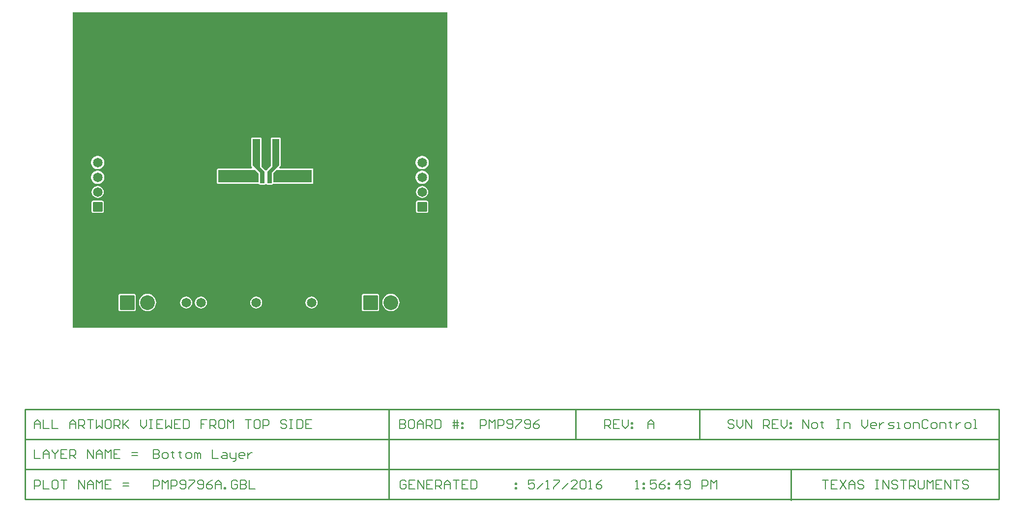
<source format=gbl>
G04 Layer_Physical_Order=2*
G04 Layer_Color=16711680*
%FSAX25Y25*%
%MOIN*%
G70*
G01*
G75*
%ADD22C,0.01000*%
%ADD26C,0.00800*%
%ADD27C,0.06496*%
G04:AMPARAMS|DCode=28|XSize=64.96mil|YSize=64.96mil|CornerRadius=1.95mil|HoleSize=0mil|Usage=FLASHONLY|Rotation=90.000|XOffset=0mil|YOffset=0mil|HoleType=Round|Shape=RoundedRectangle|*
%AMROUNDEDRECTD28*
21,1,0.06496,0.06106,0,0,90.0*
21,1,0.06106,0.06496,0,0,90.0*
1,1,0.00390,0.03053,0.03053*
1,1,0.00390,0.03053,-0.03053*
1,1,0.00390,-0.03053,-0.03053*
1,1,0.00390,-0.03053,0.03053*
%
%ADD28ROUNDEDRECTD28*%
%ADD29R,0.06496X0.06496*%
G04:AMPARAMS|DCode=30|XSize=64.96mil|YSize=64.96mil|CornerRadius=1.95mil|HoleSize=0mil|Usage=FLASHONLY|Rotation=180.000|XOffset=0mil|YOffset=0mil|HoleType=Round|Shape=RoundedRectangle|*
%AMROUNDEDRECTD30*
21,1,0.06496,0.06106,0,0,180.0*
21,1,0.06106,0.06496,0,0,180.0*
1,1,0.00390,-0.03053,0.03053*
1,1,0.00390,0.03053,0.03053*
1,1,0.00390,0.03053,-0.03053*
1,1,0.00390,-0.03053,-0.03053*
%
%ADD30ROUNDEDRECTD30*%
%ADD31C,0.10000*%
G04:AMPARAMS|DCode=32|XSize=100mil|YSize=100mil|CornerRadius=2mil|HoleSize=0mil|Usage=FLASHONLY|Rotation=0.000|XOffset=0mil|YOffset=0mil|HoleType=Round|Shape=RoundedRectangle|*
%AMROUNDEDRECTD32*
21,1,0.10000,0.09600,0,0,0.0*
21,1,0.09600,0.10000,0,0,0.0*
1,1,0.00400,0.04800,-0.04800*
1,1,0.00400,-0.04800,-0.04800*
1,1,0.00400,-0.04800,0.04800*
1,1,0.00400,0.04800,0.04800*
%
%ADD32ROUNDEDRECTD32*%
%ADD33C,0.02400*%
%ADD34C,0.02000*%
%ADD35C,0.01800*%
G36*
X0326200Y0156400D02*
X0072200D01*
Y0370400D01*
X0326200D01*
Y0156400D01*
D02*
G37*
%LPC*%
G36*
X0196700Y0177483D02*
X0195643Y0177344D01*
X0194659Y0176936D01*
X0193813Y0176287D01*
X0193164Y0175442D01*
X0192756Y0174457D01*
X0192617Y0173400D01*
X0192756Y0172343D01*
X0193164Y0171359D01*
X0193813Y0170513D01*
X0194659Y0169864D01*
X0195643Y0169456D01*
X0196700Y0169317D01*
X0197757Y0169456D01*
X0198741Y0169864D01*
X0199587Y0170513D01*
X0200236Y0171359D01*
X0200644Y0172343D01*
X0200783Y0173400D01*
X0200644Y0174457D01*
X0200236Y0175442D01*
X0199587Y0176287D01*
X0198741Y0176936D01*
X0197757Y0177344D01*
X0196700Y0177483D01*
D02*
G37*
G36*
X0159200D02*
X0158143Y0177344D01*
X0157159Y0176936D01*
X0156313Y0176287D01*
X0155664Y0175442D01*
X0155256Y0174457D01*
X0155117Y0173400D01*
X0155256Y0172343D01*
X0155664Y0171359D01*
X0156313Y0170513D01*
X0157159Y0169864D01*
X0158143Y0169456D01*
X0159200Y0169317D01*
X0160257Y0169456D01*
X0161241Y0169864D01*
X0162087Y0170513D01*
X0162736Y0171359D01*
X0163144Y0172343D01*
X0163283Y0173400D01*
X0163144Y0174457D01*
X0162736Y0175442D01*
X0162087Y0176287D01*
X0161241Y0176936D01*
X0160257Y0177344D01*
X0159200Y0177483D01*
D02*
G37*
G36*
X0234200D02*
X0233143Y0177344D01*
X0232158Y0176936D01*
X0231313Y0176287D01*
X0230664Y0175442D01*
X0230256Y0174457D01*
X0230117Y0173400D01*
X0230256Y0172343D01*
X0230664Y0171359D01*
X0231313Y0170513D01*
X0232158Y0169864D01*
X0233143Y0169456D01*
X0234200Y0169317D01*
X0235257Y0169456D01*
X0236242Y0169864D01*
X0237087Y0170513D01*
X0237736Y0171359D01*
X0238144Y0172343D01*
X0238283Y0173400D01*
X0238144Y0174457D01*
X0237736Y0175442D01*
X0237087Y0176287D01*
X0236242Y0176936D01*
X0235257Y0177344D01*
X0234200Y0177483D01*
D02*
G37*
G36*
X0312253Y0242467D02*
X0306147D01*
X0305759Y0242390D01*
X0305430Y0242170D01*
X0305210Y0241841D01*
X0305133Y0241453D01*
Y0235347D01*
X0305210Y0234959D01*
X0305430Y0234630D01*
X0305759Y0234410D01*
X0306147Y0234332D01*
X0312253D01*
X0312641Y0234410D01*
X0312970Y0234630D01*
X0313190Y0234959D01*
X0313267Y0235347D01*
Y0241453D01*
X0313190Y0241841D01*
X0312970Y0242170D01*
X0312641Y0242390D01*
X0312253Y0242467D01*
D02*
G37*
G36*
X0092253D02*
X0086147D01*
X0085759Y0242390D01*
X0085430Y0242170D01*
X0085210Y0241841D01*
X0085132Y0241453D01*
Y0235347D01*
X0085210Y0234959D01*
X0085430Y0234630D01*
X0085759Y0234410D01*
X0086147Y0234332D01*
X0092253D01*
X0092641Y0234410D01*
X0092970Y0234630D01*
X0093190Y0234959D01*
X0093268Y0235347D01*
Y0241453D01*
X0093190Y0241841D01*
X0092970Y0242170D01*
X0092641Y0242390D01*
X0092253Y0242467D01*
D02*
G37*
G36*
X0288000Y0179228D02*
X0286863Y0179116D01*
X0285770Y0178784D01*
X0284762Y0178246D01*
X0283879Y0177521D01*
X0283154Y0176638D01*
X0282616Y0175630D01*
X0282284Y0174537D01*
X0282172Y0173400D01*
X0282284Y0172263D01*
X0282616Y0171170D01*
X0283154Y0170162D01*
X0283879Y0169279D01*
X0284762Y0168554D01*
X0285770Y0168016D01*
X0286863Y0167684D01*
X0288000Y0167572D01*
X0289137Y0167684D01*
X0290230Y0168016D01*
X0291238Y0168554D01*
X0292121Y0169279D01*
X0292846Y0170162D01*
X0293384Y0171170D01*
X0293716Y0172263D01*
X0293828Y0173400D01*
X0293716Y0174537D01*
X0293384Y0175630D01*
X0292846Y0176638D01*
X0292121Y0177521D01*
X0291238Y0178246D01*
X0290230Y0178784D01*
X0289137Y0179116D01*
X0288000Y0179228D01*
D02*
G37*
G36*
X0123000D02*
X0121863Y0179116D01*
X0120770Y0178784D01*
X0119762Y0178246D01*
X0118879Y0177521D01*
X0118154Y0176638D01*
X0117616Y0175630D01*
X0117284Y0174537D01*
X0117172Y0173400D01*
X0117284Y0172263D01*
X0117616Y0171170D01*
X0118154Y0170162D01*
X0118879Y0169279D01*
X0119762Y0168554D01*
X0120770Y0168016D01*
X0121863Y0167684D01*
X0123000Y0167572D01*
X0124137Y0167684D01*
X0125230Y0168016D01*
X0126238Y0168554D01*
X0127121Y0169279D01*
X0127846Y0170162D01*
X0128384Y0171170D01*
X0128716Y0172263D01*
X0128828Y0173400D01*
X0128716Y0174537D01*
X0128384Y0175630D01*
X0127846Y0176638D01*
X0127121Y0177521D01*
X0126238Y0178246D01*
X0125230Y0178784D01*
X0124137Y0179116D01*
X0123000Y0179228D01*
D02*
G37*
G36*
X0114000Y0179220D02*
X0104400D01*
X0104010Y0179142D01*
X0103679Y0178921D01*
X0103458Y0178590D01*
X0103380Y0178200D01*
Y0168600D01*
X0103458Y0168210D01*
X0103679Y0167879D01*
X0104010Y0167658D01*
X0104400Y0167580D01*
X0114000D01*
X0114390Y0167658D01*
X0114721Y0167879D01*
X0114942Y0168210D01*
X0115020Y0168600D01*
Y0178200D01*
X0114942Y0178590D01*
X0114721Y0178921D01*
X0114390Y0179142D01*
X0114000Y0179220D01*
D02*
G37*
G36*
X0149200Y0177483D02*
X0148143Y0177344D01*
X0147159Y0176936D01*
X0146313Y0176287D01*
X0145664Y0175442D01*
X0145256Y0174457D01*
X0145117Y0173400D01*
X0145256Y0172343D01*
X0145664Y0171359D01*
X0146313Y0170513D01*
X0147159Y0169864D01*
X0148143Y0169456D01*
X0149200Y0169317D01*
X0150257Y0169456D01*
X0151242Y0169864D01*
X0152087Y0170513D01*
X0152736Y0171359D01*
X0153144Y0172343D01*
X0153283Y0173400D01*
X0153144Y0174457D01*
X0152736Y0175442D01*
X0152087Y0176287D01*
X0151242Y0176936D01*
X0150257Y0177344D01*
X0149200Y0177483D01*
D02*
G37*
G36*
X0279000Y0179220D02*
X0269400D01*
X0269010Y0179142D01*
X0268679Y0178921D01*
X0268458Y0178590D01*
X0268380Y0178200D01*
Y0168600D01*
X0268458Y0168210D01*
X0268679Y0167879D01*
X0269010Y0167658D01*
X0269400Y0167580D01*
X0279000D01*
X0279390Y0167658D01*
X0279721Y0167879D01*
X0279942Y0168210D01*
X0280020Y0168600D01*
Y0178200D01*
X0279942Y0178590D01*
X0279721Y0178921D01*
X0279390Y0179142D01*
X0279000Y0179220D01*
D02*
G37*
G36*
X0309640Y0272867D02*
X0308760D01*
X0307897Y0272696D01*
X0307084Y0272359D01*
X0306352Y0271870D01*
X0305730Y0271248D01*
X0305241Y0270516D01*
X0304904Y0269703D01*
X0304733Y0268840D01*
Y0267960D01*
X0304904Y0267097D01*
X0305241Y0266284D01*
X0305730Y0265552D01*
X0306352Y0264930D01*
X0307084Y0264441D01*
X0307897Y0264104D01*
X0308760Y0263933D01*
X0309640D01*
X0310503Y0264104D01*
X0311316Y0264441D01*
X0312048Y0264930D01*
X0312670Y0265552D01*
X0313159Y0266284D01*
X0313496Y0267097D01*
X0313667Y0267960D01*
Y0268840D01*
X0313496Y0269703D01*
X0313159Y0270516D01*
X0312670Y0271248D01*
X0312048Y0271870D01*
X0311316Y0272359D01*
X0310503Y0272696D01*
X0309640Y0272867D01*
D02*
G37*
G36*
X0089640D02*
X0088760D01*
X0087897Y0272696D01*
X0087084Y0272359D01*
X0086352Y0271870D01*
X0085730Y0271248D01*
X0085241Y0270516D01*
X0084904Y0269703D01*
X0084733Y0268840D01*
Y0267960D01*
X0084904Y0267097D01*
X0085241Y0266284D01*
X0085730Y0265552D01*
X0086352Y0264930D01*
X0087084Y0264441D01*
X0087897Y0264104D01*
X0088760Y0263933D01*
X0089640D01*
X0090503Y0264104D01*
X0091316Y0264441D01*
X0092048Y0264930D01*
X0092670Y0265552D01*
X0093159Y0266284D01*
X0093496Y0267097D01*
X0093667Y0267960D01*
Y0268840D01*
X0093496Y0269703D01*
X0093159Y0270516D01*
X0092670Y0271248D01*
X0092048Y0271870D01*
X0091316Y0272359D01*
X0090503Y0272696D01*
X0089640Y0272867D01*
D02*
G37*
G36*
X0212200Y0285420D02*
X0207700D01*
X0207310Y0285342D01*
X0206979Y0285121D01*
X0206758Y0284790D01*
X0206680Y0284400D01*
X0206680Y0266139D01*
X0203850Y0263309D01*
X0203225Y0263034D01*
X0202519Y0263301D01*
X0200220Y0265601D01*
X0200220Y0284400D01*
X0200142Y0284790D01*
X0199921Y0285121D01*
X0199590Y0285342D01*
X0199200Y0285420D01*
X0194200D01*
X0193810Y0285342D01*
X0193479Y0285121D01*
X0193258Y0284790D01*
X0193180Y0284400D01*
Y0266450D01*
X0193258Y0266060D01*
X0193479Y0265729D01*
X0193911Y0265298D01*
X0193528Y0264374D01*
X0170866Y0264374D01*
X0170476Y0264296D01*
X0170145Y0264075D01*
X0169924Y0263745D01*
X0169846Y0263354D01*
X0169846Y0254848D01*
X0169924Y0254457D01*
X0170145Y0254127D01*
X0170476Y0253906D01*
X0170866Y0253828D01*
X0198180Y0253828D01*
X0198377Y0253867D01*
X0198479Y0253714D01*
X0198810Y0253493D01*
X0199200Y0253416D01*
X0201380D01*
X0201400Y0253420D01*
X0201420Y0253416D01*
X0202200D01*
X0202590Y0253493D01*
X0202921Y0253714D01*
X0203479Y0253715D01*
X0203810Y0253494D01*
X0204200Y0253416D01*
X0204984D01*
X0205000Y0253420D01*
X0205016Y0253416D01*
X0207200D01*
X0207590Y0253494D01*
X0207921Y0253715D01*
X0208063Y0253927D01*
X0208273Y0253885D01*
X0234446Y0253885D01*
X0234836Y0253963D01*
X0235167Y0254184D01*
X0235388Y0254514D01*
X0235465Y0254905D01*
X0235465Y0263392D01*
X0235388Y0263782D01*
X0235167Y0264113D01*
X0234836Y0264334D01*
X0234446Y0264411D01*
X0212727Y0264411D01*
X0212344Y0265335D01*
X0212921Y0265912D01*
X0213142Y0266243D01*
X0213220Y0266633D01*
X0213220Y0267900D01*
Y0284400D01*
X0213142Y0284790D01*
X0212921Y0285121D01*
X0212590Y0285342D01*
X0212200Y0285420D01*
D02*
G37*
G36*
X0309640Y0262867D02*
X0308760D01*
X0307897Y0262696D01*
X0307084Y0262359D01*
X0306352Y0261870D01*
X0305730Y0261248D01*
X0305241Y0260516D01*
X0304904Y0259703D01*
X0304733Y0258840D01*
Y0257960D01*
X0304904Y0257097D01*
X0305241Y0256284D01*
X0305730Y0255552D01*
X0306352Y0254930D01*
X0307084Y0254441D01*
X0307897Y0254104D01*
X0308760Y0253933D01*
X0309640D01*
X0310503Y0254104D01*
X0311316Y0254441D01*
X0312048Y0254930D01*
X0312670Y0255552D01*
X0313159Y0256284D01*
X0313496Y0257097D01*
X0313667Y0257960D01*
Y0258840D01*
X0313496Y0259703D01*
X0313159Y0260516D01*
X0312670Y0261248D01*
X0312048Y0261870D01*
X0311316Y0262359D01*
X0310503Y0262696D01*
X0309640Y0262867D01*
D02*
G37*
G36*
X0089200Y0252483D02*
X0088143Y0252344D01*
X0087159Y0251936D01*
X0086313Y0251287D01*
X0085664Y0250442D01*
X0085256Y0249457D01*
X0085117Y0248400D01*
X0085256Y0247343D01*
X0085664Y0246358D01*
X0086313Y0245513D01*
X0087159Y0244864D01*
X0088143Y0244456D01*
X0089200Y0244317D01*
X0090257Y0244456D01*
X0091242Y0244864D01*
X0092087Y0245513D01*
X0092736Y0246358D01*
X0093144Y0247343D01*
X0093283Y0248400D01*
X0093144Y0249457D01*
X0092736Y0250442D01*
X0092087Y0251287D01*
X0091242Y0251936D01*
X0090257Y0252344D01*
X0089200Y0252483D01*
D02*
G37*
G36*
X0309200D02*
X0308143Y0252344D01*
X0307158Y0251936D01*
X0306313Y0251287D01*
X0305664Y0250442D01*
X0305256Y0249457D01*
X0305117Y0248400D01*
X0305256Y0247343D01*
X0305664Y0246358D01*
X0306313Y0245513D01*
X0307158Y0244864D01*
X0308143Y0244456D01*
X0309200Y0244317D01*
X0310257Y0244456D01*
X0311242Y0244864D01*
X0312087Y0245513D01*
X0312736Y0246358D01*
X0313144Y0247343D01*
X0313283Y0248400D01*
X0313144Y0249457D01*
X0312736Y0250442D01*
X0312087Y0251287D01*
X0311242Y0251936D01*
X0310257Y0252344D01*
X0309200Y0252483D01*
D02*
G37*
G36*
X0089640Y0262867D02*
X0088760D01*
X0087897Y0262696D01*
X0087084Y0262359D01*
X0086352Y0261870D01*
X0085730Y0261248D01*
X0085241Y0260516D01*
X0084904Y0259703D01*
X0084733Y0258840D01*
Y0257960D01*
X0084904Y0257097D01*
X0085241Y0256284D01*
X0085730Y0255552D01*
X0086352Y0254930D01*
X0087084Y0254441D01*
X0087897Y0254104D01*
X0088760Y0253933D01*
X0089640D01*
X0090503Y0254104D01*
X0091316Y0254441D01*
X0092048Y0254930D01*
X0092670Y0255552D01*
X0093159Y0256284D01*
X0093496Y0257097D01*
X0093667Y0257960D01*
Y0258840D01*
X0093496Y0259703D01*
X0093159Y0260516D01*
X0092670Y0261248D01*
X0092048Y0261870D01*
X0091316Y0262359D01*
X0090503Y0262696D01*
X0089640Y0262867D01*
D02*
G37*
%LPD*%
G36*
X0234446Y0254905D02*
X0208273Y0254905D01*
X0208273Y0261264D01*
X0210401Y0263392D01*
X0234446Y0263392D01*
X0234446Y0254905D01*
D02*
G37*
G36*
X0199200Y0265179D02*
X0202200Y0262179D01*
Y0254435D01*
X0201420D01*
X0201400Y0254439D01*
X0201380Y0254435D01*
X0199200D01*
Y0261450D01*
X0194200Y0266450D01*
Y0284400D01*
X0199200D01*
X0199200Y0265179D01*
D02*
G37*
G36*
X0212200Y0267900D02*
X0212200Y0266633D01*
X0207200Y0261633D01*
Y0254436D01*
X0205016D01*
X0205000Y0254439D01*
X0204984Y0254436D01*
X0204200D01*
Y0262216D01*
X0207700Y0265716D01*
X0207700Y0284400D01*
X0212200D01*
Y0267900D01*
D02*
G37*
G36*
X0198180Y0261028D02*
Y0254848D01*
X0170866Y0254848D01*
X0170866Y0263354D01*
X0195854Y0263354D01*
X0198180Y0261028D01*
D02*
G37*
G54D22*
X0559400Y0039400D02*
Y0059683D01*
X0440500Y0040050D02*
X0700200D01*
Y0101050D01*
X0286500Y0040050D02*
Y0101050D01*
X0040000Y0040050D02*
Y0101050D01*
X0040050Y0040050D02*
X0197600D01*
X0040050D02*
Y0101050D01*
Y0101050D02*
X0700200D01*
X0040000Y0040050D02*
X0440500D01*
X0040000Y0060383D02*
X0700000D01*
X0040000Y0080717D02*
X0700200D01*
X0413200D02*
Y0101050D01*
X0497200Y0080717D02*
Y0101050D01*
G54D26*
X0126900Y0073549D02*
Y0067551D01*
X0129899D01*
X0130899Y0068550D01*
Y0069550D01*
X0129899Y0070550D01*
X0126900D01*
X0129899D01*
X0130899Y0071549D01*
Y0072549D01*
X0129899Y0073549D01*
X0126900D01*
X0133898Y0067551D02*
X0135897D01*
X0136897Y0068550D01*
Y0070550D01*
X0135897Y0071549D01*
X0133898D01*
X0132898Y0070550D01*
Y0068550D01*
X0133898Y0067551D01*
X0139896Y0072549D02*
Y0071549D01*
X0138896D01*
X0140895D01*
X0139896D01*
Y0068550D01*
X0140895Y0067551D01*
X0144894Y0072549D02*
Y0071549D01*
X0143895D01*
X0145894D01*
X0144894D01*
Y0068550D01*
X0145894Y0067551D01*
X0149893D02*
X0151892D01*
X0152892Y0068550D01*
Y0070550D01*
X0151892Y0071549D01*
X0149893D01*
X0148893Y0070550D01*
Y0068550D01*
X0149893Y0067551D01*
X0154891D02*
Y0071549D01*
X0155891D01*
X0156890Y0070550D01*
Y0067551D01*
Y0070550D01*
X0157890Y0071549D01*
X0158890Y0070550D01*
Y0067551D01*
X0166887Y0073549D02*
Y0067551D01*
X0170886D01*
X0173885Y0071549D02*
X0175884D01*
X0176884Y0070550D01*
Y0067551D01*
X0173885D01*
X0172885Y0068550D01*
X0173885Y0069550D01*
X0176884D01*
X0178883Y0071549D02*
Y0068550D01*
X0179883Y0067551D01*
X0182882D01*
Y0066551D01*
X0181882Y0065551D01*
X0180883D01*
X0182882Y0067551D02*
Y0071549D01*
X0187880Y0067551D02*
X0185881D01*
X0184881Y0068550D01*
Y0070550D01*
X0185881Y0071549D01*
X0187880D01*
X0188880Y0070550D01*
Y0069550D01*
X0184881D01*
X0190879Y0071549D02*
Y0067551D01*
Y0069550D01*
X0191879Y0070550D01*
X0192879Y0071549D01*
X0193878D01*
X0580500Y0052965D02*
X0584499D01*
X0582499D01*
Y0046966D01*
X0590497Y0052965D02*
X0586498D01*
Y0046966D01*
X0590497D01*
X0586498Y0049966D02*
X0588497D01*
X0592496Y0052965D02*
X0596495Y0046966D01*
Y0052965D02*
X0592496Y0046966D01*
X0598494D02*
Y0050965D01*
X0600493Y0052965D01*
X0602493Y0050965D01*
Y0046966D01*
Y0049966D01*
X0598494D01*
X0608491Y0051965D02*
X0607491Y0052965D01*
X0605492D01*
X0604492Y0051965D01*
Y0050965D01*
X0605492Y0049966D01*
X0607491D01*
X0608491Y0048966D01*
Y0047966D01*
X0607491Y0046966D01*
X0605492D01*
X0604492Y0047966D01*
X0616488Y0052965D02*
X0618488D01*
X0617488D01*
Y0046966D01*
X0616488D01*
X0618488D01*
X0621487D02*
Y0052965D01*
X0625486Y0046966D01*
Y0052965D01*
X0631484Y0051965D02*
X0630484Y0052965D01*
X0628484D01*
X0627485Y0051965D01*
Y0050965D01*
X0628484Y0049966D01*
X0630484D01*
X0631484Y0048966D01*
Y0047966D01*
X0630484Y0046966D01*
X0628484D01*
X0627485Y0047966D01*
X0633483Y0052965D02*
X0637482D01*
X0635482D01*
Y0046966D01*
X0639481D02*
Y0052965D01*
X0642480D01*
X0643480Y0051965D01*
Y0049966D01*
X0642480Y0048966D01*
X0639481D01*
X0641480D02*
X0643480Y0046966D01*
X0645479Y0052965D02*
Y0047966D01*
X0646479Y0046966D01*
X0648478D01*
X0649478Y0047966D01*
Y0052965D01*
X0651477Y0046966D02*
Y0052965D01*
X0653476Y0050965D01*
X0655476Y0052965D01*
Y0046966D01*
X0661474Y0052965D02*
X0657475D01*
Y0046966D01*
X0661474D01*
X0657475Y0049966D02*
X0659474D01*
X0663473Y0046966D02*
Y0052965D01*
X0667472Y0046966D01*
Y0052965D01*
X0669471D02*
X0673470D01*
X0671471D01*
Y0046966D01*
X0679468Y0051965D02*
X0678468Y0052965D01*
X0676469D01*
X0675469Y0051965D01*
Y0050965D01*
X0676469Y0049966D01*
X0678468D01*
X0679468Y0048966D01*
Y0047966D01*
X0678468Y0046966D01*
X0676469D01*
X0675469Y0047966D01*
X0454050Y0046966D02*
X0456049D01*
X0455050D01*
Y0052965D01*
X0454050Y0051965D01*
X0459048Y0050965D02*
X0460048D01*
Y0049966D01*
X0459048D01*
Y0050965D01*
Y0047966D02*
X0460048D01*
Y0046966D01*
X0459048D01*
Y0047966D01*
X0468046Y0052965D02*
X0464047D01*
Y0049966D01*
X0466046Y0050965D01*
X0467046D01*
X0468046Y0049966D01*
Y0047966D01*
X0467046Y0046966D01*
X0465046D01*
X0464047Y0047966D01*
X0474044Y0052965D02*
X0472044Y0051965D01*
X0470045Y0049966D01*
Y0047966D01*
X0471044Y0046966D01*
X0473044D01*
X0474044Y0047966D01*
Y0048966D01*
X0473044Y0049966D01*
X0470045D01*
X0476043Y0050965D02*
X0477043D01*
Y0049966D01*
X0476043D01*
Y0050965D01*
Y0047966D02*
X0477043D01*
Y0046966D01*
X0476043D01*
Y0047966D01*
X0484040Y0046966D02*
Y0052965D01*
X0481041Y0049966D01*
X0485040D01*
X0487039Y0047966D02*
X0488039Y0046966D01*
X0490038D01*
X0491038Y0047966D01*
Y0051965D01*
X0490038Y0052965D01*
X0488039D01*
X0487039Y0051965D01*
Y0050965D01*
X0488039Y0049966D01*
X0491038D01*
X0499035Y0046966D02*
Y0052965D01*
X0502035D01*
X0503034Y0051965D01*
Y0049966D01*
X0502035Y0048966D01*
X0499035D01*
X0505033Y0046966D02*
Y0052965D01*
X0507033Y0050965D01*
X0509032Y0052965D01*
Y0046966D01*
X0046350D02*
Y0052965D01*
X0049349D01*
X0050349Y0051965D01*
Y0049966D01*
X0049349Y0048966D01*
X0046350D01*
X0052348Y0052965D02*
Y0046966D01*
X0056347D01*
X0061345Y0052965D02*
X0059346D01*
X0058346Y0051965D01*
Y0047966D01*
X0059346Y0046966D01*
X0061345D01*
X0062345Y0047966D01*
Y0051965D01*
X0061345Y0052965D01*
X0064344D02*
X0068343D01*
X0066343D01*
Y0046966D01*
X0076340D02*
Y0052965D01*
X0080339Y0046966D01*
Y0052965D01*
X0082338Y0046966D02*
Y0050965D01*
X0084338Y0052965D01*
X0086337Y0050965D01*
Y0046966D01*
Y0049966D01*
X0082338D01*
X0088336Y0046966D02*
Y0052965D01*
X0090336Y0050965D01*
X0092335Y0052965D01*
Y0046966D01*
X0098333Y0052965D02*
X0094335D01*
Y0046966D01*
X0098333D01*
X0094335Y0049966D02*
X0096334D01*
X0106331Y0048966D02*
X0110329D01*
X0106331Y0050965D02*
X0110329D01*
X0046350Y0073549D02*
Y0067551D01*
X0050349D01*
X0052348D02*
Y0071549D01*
X0054347Y0073549D01*
X0056347Y0071549D01*
Y0067551D01*
Y0070550D01*
X0052348D01*
X0058346Y0073549D02*
Y0072549D01*
X0060346Y0070550D01*
X0062345Y0072549D01*
Y0073549D01*
X0060346Y0070550D02*
Y0067551D01*
X0068343Y0073549D02*
X0064344D01*
Y0067551D01*
X0068343D01*
X0064344Y0070550D02*
X0066343D01*
X0070342Y0067551D02*
Y0073549D01*
X0073341D01*
X0074341Y0072549D01*
Y0070550D01*
X0073341Y0069550D01*
X0070342D01*
X0072342D02*
X0074341Y0067551D01*
X0082338D02*
Y0073549D01*
X0086337Y0067551D01*
Y0073549D01*
X0088336Y0067551D02*
Y0071549D01*
X0090336Y0073549D01*
X0092335Y0071549D01*
Y0067551D01*
Y0070550D01*
X0088336D01*
X0094335Y0067551D02*
Y0073549D01*
X0096334Y0071549D01*
X0098333Y0073549D01*
Y0067551D01*
X0104331Y0073549D02*
X0100332D01*
Y0067551D01*
X0104331D01*
X0100332Y0070550D02*
X0102332D01*
X0112329Y0069550D02*
X0116327D01*
X0112329Y0071549D02*
X0116327D01*
X0294000Y0093831D02*
Y0087833D01*
X0296999D01*
X0297999Y0088833D01*
Y0089833D01*
X0296999Y0090832D01*
X0294000D01*
X0296999D01*
X0297999Y0091832D01*
Y0092832D01*
X0296999Y0093831D01*
X0294000D01*
X0302997D02*
X0300998D01*
X0299998Y0092832D01*
Y0088833D01*
X0300998Y0087833D01*
X0302997D01*
X0303997Y0088833D01*
Y0092832D01*
X0302997Y0093831D01*
X0305996Y0087833D02*
Y0091832D01*
X0307996Y0093831D01*
X0309995Y0091832D01*
Y0087833D01*
Y0090832D01*
X0305996D01*
X0311994Y0087833D02*
Y0093831D01*
X0314993D01*
X0315993Y0092832D01*
Y0090832D01*
X0314993Y0089833D01*
X0311994D01*
X0313994D02*
X0315993Y0087833D01*
X0317992Y0093831D02*
Y0087833D01*
X0320991D01*
X0321991Y0088833D01*
Y0092832D01*
X0320991Y0093831D01*
X0317992D01*
X0330988Y0087833D02*
Y0093831D01*
X0332987D02*
Y0087833D01*
X0329988Y0091832D02*
X0332987D01*
X0333987D01*
X0329988Y0089833D02*
X0333987D01*
X0335986Y0091832D02*
X0336986D01*
Y0090832D01*
X0335986D01*
Y0091832D01*
Y0088833D02*
X0336986D01*
Y0087833D01*
X0335986D01*
Y0088833D01*
X0348550Y0087833D02*
Y0093831D01*
X0351549D01*
X0352549Y0092832D01*
Y0090832D01*
X0351549Y0089833D01*
X0348550D01*
X0354548Y0087833D02*
Y0093831D01*
X0356547Y0091832D01*
X0358547Y0093831D01*
Y0087833D01*
X0360546D02*
Y0093831D01*
X0363545D01*
X0364545Y0092832D01*
Y0090832D01*
X0363545Y0089833D01*
X0360546D01*
X0366544Y0088833D02*
X0367544Y0087833D01*
X0369543D01*
X0370543Y0088833D01*
Y0092832D01*
X0369543Y0093831D01*
X0367544D01*
X0366544Y0092832D01*
Y0091832D01*
X0367544Y0090832D01*
X0370543D01*
X0372542Y0093831D02*
X0376541D01*
Y0092832D01*
X0372542Y0088833D01*
Y0087833D01*
X0378540Y0088833D02*
X0379540Y0087833D01*
X0381539D01*
X0382539Y0088833D01*
Y0092832D01*
X0381539Y0093831D01*
X0379540D01*
X0378540Y0092832D01*
Y0091832D01*
X0379540Y0090832D01*
X0382539D01*
X0388537Y0093831D02*
X0386538Y0092832D01*
X0384538Y0090832D01*
Y0088833D01*
X0385538Y0087833D01*
X0387537D01*
X0388537Y0088833D01*
Y0089833D01*
X0387537Y0090832D01*
X0384538D01*
X0462150Y0087833D02*
Y0091832D01*
X0464149Y0093831D01*
X0466149Y0091832D01*
Y0087833D01*
Y0090832D01*
X0462150D01*
X0046350Y0087833D02*
Y0091832D01*
X0048349Y0093831D01*
X0050349Y0091832D01*
Y0087833D01*
Y0090832D01*
X0046350D01*
X0052348Y0093831D02*
Y0087833D01*
X0056347D01*
X0058346Y0093831D02*
Y0087833D01*
X0062345D01*
X0070342D02*
Y0091832D01*
X0072342Y0093831D01*
X0074341Y0091832D01*
Y0087833D01*
Y0090832D01*
X0070342D01*
X0076340Y0087833D02*
Y0093831D01*
X0079339D01*
X0080339Y0092832D01*
Y0090832D01*
X0079339Y0089833D01*
X0076340D01*
X0078340D02*
X0080339Y0087833D01*
X0082338Y0093831D02*
X0086337D01*
X0084338D01*
Y0087833D01*
X0088336Y0093831D02*
Y0087833D01*
X0090336Y0089833D01*
X0092335Y0087833D01*
Y0093831D01*
X0097334D02*
X0095334D01*
X0094335Y0092832D01*
Y0088833D01*
X0095334Y0087833D01*
X0097334D01*
X0098333Y0088833D01*
Y0092832D01*
X0097334Y0093831D01*
X0100332Y0087833D02*
Y0093831D01*
X0103332D01*
X0104331Y0092832D01*
Y0090832D01*
X0103332Y0089833D01*
X0100332D01*
X0102332D02*
X0104331Y0087833D01*
X0106331Y0093831D02*
Y0087833D01*
Y0089833D01*
X0110329Y0093831D01*
X0107330Y0090832D01*
X0110329Y0087833D01*
X0118327Y0093831D02*
Y0089833D01*
X0120326Y0087833D01*
X0122325Y0089833D01*
Y0093831D01*
X0124325D02*
X0126324D01*
X0125324D01*
Y0087833D01*
X0124325D01*
X0126324D01*
X0133322Y0093831D02*
X0129323D01*
Y0087833D01*
X0133322D01*
X0129323Y0090832D02*
X0131323D01*
X0135321Y0093831D02*
Y0087833D01*
X0137321Y0089833D01*
X0139320Y0087833D01*
Y0093831D01*
X0145318D02*
X0141319D01*
Y0087833D01*
X0145318D01*
X0141319Y0090832D02*
X0143319D01*
X0147317Y0093831D02*
Y0087833D01*
X0150316D01*
X0151316Y0088833D01*
Y0092832D01*
X0150316Y0093831D01*
X0147317D01*
X0163312D02*
X0159313D01*
Y0090832D01*
X0161313D01*
X0159313D01*
Y0087833D01*
X0165312D02*
Y0093831D01*
X0168310D01*
X0169310Y0092832D01*
Y0090832D01*
X0168310Y0089833D01*
X0165312D01*
X0167311D02*
X0169310Y0087833D01*
X0174309Y0093831D02*
X0172309D01*
X0171310Y0092832D01*
Y0088833D01*
X0172309Y0087833D01*
X0174309D01*
X0175308Y0088833D01*
Y0092832D01*
X0174309Y0093831D01*
X0177308Y0087833D02*
Y0093831D01*
X0179307Y0091832D01*
X0181306Y0093831D01*
Y0087833D01*
X0189304Y0093831D02*
X0193303D01*
X0191303D01*
Y0087833D01*
X0198301Y0093831D02*
X0196301D01*
X0195302Y0092832D01*
Y0088833D01*
X0196301Y0087833D01*
X0198301D01*
X0199301Y0088833D01*
Y0092832D01*
X0198301Y0093831D01*
X0201300Y0087833D02*
Y0093831D01*
X0204299D01*
X0205299Y0092832D01*
Y0090832D01*
X0204299Y0089833D01*
X0201300D01*
X0217295Y0092832D02*
X0216295Y0093831D01*
X0214296D01*
X0213296Y0092832D01*
Y0091832D01*
X0214296Y0090832D01*
X0216295D01*
X0217295Y0089833D01*
Y0088833D01*
X0216295Y0087833D01*
X0214296D01*
X0213296Y0088833D01*
X0219294Y0093831D02*
X0221293D01*
X0220294D01*
Y0087833D01*
X0219294D01*
X0221293D01*
X0224292Y0093831D02*
Y0087833D01*
X0227291D01*
X0228291Y0088833D01*
Y0092832D01*
X0227291Y0093831D01*
X0224292D01*
X0234289D02*
X0230291D01*
Y0087833D01*
X0234289D01*
X0230291Y0090832D02*
X0232290D01*
X0298199Y0051965D02*
X0297199Y0052965D01*
X0295200D01*
X0294200Y0051965D01*
Y0047966D01*
X0295200Y0046966D01*
X0297199D01*
X0298199Y0047966D01*
Y0049966D01*
X0296199D01*
X0304197Y0052965D02*
X0300198D01*
Y0046966D01*
X0304197D01*
X0300198Y0049966D02*
X0302197D01*
X0306196Y0046966D02*
Y0052965D01*
X0310195Y0046966D01*
Y0052965D01*
X0316193D02*
X0312194D01*
Y0046966D01*
X0316193D01*
X0312194Y0049966D02*
X0314194D01*
X0318192Y0046966D02*
Y0052965D01*
X0321191D01*
X0322191Y0051965D01*
Y0049966D01*
X0321191Y0048966D01*
X0318192D01*
X0320192D02*
X0322191Y0046966D01*
X0324190D02*
Y0050965D01*
X0326190Y0052965D01*
X0328189Y0050965D01*
Y0046966D01*
Y0049966D01*
X0324190D01*
X0330188Y0052965D02*
X0334187D01*
X0332188D01*
Y0046966D01*
X0340185Y0052965D02*
X0336186D01*
Y0046966D01*
X0340185D01*
X0336186Y0049966D02*
X0338186D01*
X0342184Y0052965D02*
Y0046966D01*
X0345183D01*
X0346183Y0047966D01*
Y0051965D01*
X0345183Y0052965D01*
X0342184D01*
X0372175Y0050965D02*
X0373175D01*
Y0049966D01*
X0372175D01*
Y0050965D01*
Y0047966D02*
X0373175D01*
Y0046966D01*
X0372175D01*
Y0047966D01*
X0385149Y0052965D02*
X0381150D01*
Y0049966D01*
X0383149Y0050965D01*
X0384149D01*
X0385149Y0049966D01*
Y0047966D01*
X0384149Y0046966D01*
X0382150D01*
X0381150Y0047966D01*
X0387148Y0046966D02*
X0391147Y0050965D01*
X0393146Y0046966D02*
X0395146D01*
X0394146D01*
Y0052965D01*
X0393146Y0051965D01*
X0398145Y0052965D02*
X0402143D01*
Y0051965D01*
X0398145Y0047966D01*
Y0046966D01*
X0404143D02*
X0408141Y0050965D01*
X0414139Y0046966D02*
X0410141D01*
X0414139Y0050965D01*
Y0051965D01*
X0413140Y0052965D01*
X0411140D01*
X0410141Y0051965D01*
X0416139D02*
X0417138Y0052965D01*
X0419138D01*
X0420137Y0051965D01*
Y0047966D01*
X0419138Y0046966D01*
X0417138D01*
X0416139Y0047966D01*
Y0051965D01*
X0422137Y0046966D02*
X0424136D01*
X0423136D01*
Y0052965D01*
X0422137Y0051965D01*
X0431134Y0052965D02*
X0429135Y0051965D01*
X0427135Y0049966D01*
Y0047966D01*
X0428135Y0046966D01*
X0430134D01*
X0431134Y0047966D01*
Y0048966D01*
X0430134Y0049966D01*
X0427135D01*
X0126900Y0046966D02*
Y0052965D01*
X0129899D01*
X0130899Y0051965D01*
Y0049966D01*
X0129899Y0048966D01*
X0126900D01*
X0132898Y0046966D02*
Y0052965D01*
X0134897Y0050965D01*
X0136897Y0052965D01*
Y0046966D01*
X0138896D02*
Y0052965D01*
X0141895D01*
X0142895Y0051965D01*
Y0049966D01*
X0141895Y0048966D01*
X0138896D01*
X0144894Y0047966D02*
X0145894Y0046966D01*
X0147893D01*
X0148893Y0047966D01*
Y0051965D01*
X0147893Y0052965D01*
X0145894D01*
X0144894Y0051965D01*
Y0050965D01*
X0145894Y0049966D01*
X0148893D01*
X0150892Y0052965D02*
X0154891D01*
Y0051965D01*
X0150892Y0047966D01*
Y0046966D01*
X0156890Y0047966D02*
X0157890Y0046966D01*
X0159889D01*
X0160889Y0047966D01*
Y0051965D01*
X0159889Y0052965D01*
X0157890D01*
X0156890Y0051965D01*
Y0050965D01*
X0157890Y0049966D01*
X0160889D01*
X0166887Y0052965D02*
X0164888Y0051965D01*
X0162888Y0049966D01*
Y0047966D01*
X0163888Y0046966D01*
X0165887D01*
X0166887Y0047966D01*
Y0048966D01*
X0165887Y0049966D01*
X0162888D01*
X0168886Y0046966D02*
Y0050965D01*
X0170886Y0052965D01*
X0172885Y0050965D01*
Y0046966D01*
Y0049966D01*
X0168886D01*
X0174884Y0046966D02*
Y0047966D01*
X0175884D01*
Y0046966D01*
X0174884D01*
X0183882Y0051965D02*
X0182882Y0052965D01*
X0180883D01*
X0179883Y0051965D01*
Y0047966D01*
X0180883Y0046966D01*
X0182882D01*
X0183882Y0047966D01*
Y0049966D01*
X0181882D01*
X0185881Y0052965D02*
Y0046966D01*
X0188880D01*
X0189880Y0047966D01*
Y0048966D01*
X0188880Y0049966D01*
X0185881D01*
X0188880D01*
X0189880Y0050965D01*
Y0051965D01*
X0188880Y0052965D01*
X0185881D01*
X0191879D02*
Y0046966D01*
X0195878D01*
X0433000Y0087833D02*
Y0093831D01*
X0435999D01*
X0436999Y0092832D01*
Y0090832D01*
X0435999Y0089833D01*
X0433000D01*
X0434999D02*
X0436999Y0087833D01*
X0442997Y0093831D02*
X0438998D01*
Y0087833D01*
X0442997D01*
X0438998Y0090832D02*
X0440997D01*
X0444996Y0093831D02*
Y0089833D01*
X0446995Y0087833D01*
X0448995Y0089833D01*
Y0093831D01*
X0450994Y0091832D02*
X0451994D01*
Y0090832D01*
X0450994D01*
Y0091832D01*
Y0088833D02*
X0451994D01*
Y0087833D01*
X0450994D01*
Y0088833D01*
X0520799Y0092832D02*
X0519799Y0093831D01*
X0517800D01*
X0516800Y0092832D01*
Y0091832D01*
X0517800Y0090832D01*
X0519799D01*
X0520799Y0089833D01*
Y0088833D01*
X0519799Y0087833D01*
X0517800D01*
X0516800Y0088833D01*
X0522798Y0093831D02*
Y0089833D01*
X0524797Y0087833D01*
X0526797Y0089833D01*
Y0093831D01*
X0528796Y0087833D02*
Y0093831D01*
X0532795Y0087833D01*
Y0093831D01*
X0540792Y0087833D02*
Y0093831D01*
X0543791D01*
X0544791Y0092832D01*
Y0090832D01*
X0543791Y0089833D01*
X0540792D01*
X0542792D02*
X0544791Y0087833D01*
X0550789Y0093831D02*
X0546790D01*
Y0087833D01*
X0550789D01*
X0546790Y0090832D02*
X0548790D01*
X0552788Y0093831D02*
Y0089833D01*
X0554788Y0087833D01*
X0556787Y0089833D01*
Y0093831D01*
X0558786Y0091832D02*
X0559786D01*
Y0090832D01*
X0558786D01*
Y0091832D01*
Y0088833D02*
X0559786D01*
Y0087833D01*
X0558786D01*
Y0088833D01*
X0567400Y0087833D02*
Y0093831D01*
X0571399Y0087833D01*
Y0093831D01*
X0574398Y0087833D02*
X0576397D01*
X0577397Y0088833D01*
Y0090832D01*
X0576397Y0091832D01*
X0574398D01*
X0573398Y0090832D01*
Y0088833D01*
X0574398Y0087833D01*
X0580396Y0092832D02*
Y0091832D01*
X0579396D01*
X0581395D01*
X0580396D01*
Y0088833D01*
X0581395Y0087833D01*
X0590393Y0093831D02*
X0592392D01*
X0591392D01*
Y0087833D01*
X0590393D01*
X0592392D01*
X0595391D02*
Y0091832D01*
X0598390D01*
X0599390Y0090832D01*
Y0087833D01*
X0607387Y0093831D02*
Y0089833D01*
X0609386Y0087833D01*
X0611386Y0089833D01*
Y0093831D01*
X0616384Y0087833D02*
X0614385D01*
X0613385Y0088833D01*
Y0090832D01*
X0614385Y0091832D01*
X0616384D01*
X0617384Y0090832D01*
Y0089833D01*
X0613385D01*
X0619383Y0091832D02*
Y0087833D01*
Y0089833D01*
X0620383Y0090832D01*
X0621383Y0091832D01*
X0622382D01*
X0625381Y0087833D02*
X0628380D01*
X0629380Y0088833D01*
X0628380Y0089833D01*
X0626381D01*
X0625381Y0090832D01*
X0626381Y0091832D01*
X0629380D01*
X0631379Y0087833D02*
X0633379D01*
X0632379D01*
Y0091832D01*
X0631379D01*
X0637377Y0087833D02*
X0639377D01*
X0640376Y0088833D01*
Y0090832D01*
X0639377Y0091832D01*
X0637377D01*
X0636378Y0090832D01*
Y0088833D01*
X0637377Y0087833D01*
X0642376D02*
Y0091832D01*
X0645375D01*
X0646374Y0090832D01*
Y0087833D01*
X0652373Y0092832D02*
X0651373Y0093831D01*
X0649373D01*
X0648374Y0092832D01*
Y0088833D01*
X0649373Y0087833D01*
X0651373D01*
X0652373Y0088833D01*
X0655372Y0087833D02*
X0657371D01*
X0658371Y0088833D01*
Y0090832D01*
X0657371Y0091832D01*
X0655372D01*
X0654372Y0090832D01*
Y0088833D01*
X0655372Y0087833D01*
X0660370D02*
Y0091832D01*
X0663369D01*
X0664369Y0090832D01*
Y0087833D01*
X0667368Y0092832D02*
Y0091832D01*
X0666368D01*
X0668367D01*
X0667368D01*
Y0088833D01*
X0668367Y0087833D01*
X0671366Y0091832D02*
Y0087833D01*
Y0089833D01*
X0672366Y0090832D01*
X0673366Y0091832D01*
X0674365D01*
X0678364Y0087833D02*
X0680364D01*
X0681363Y0088833D01*
Y0090832D01*
X0680364Y0091832D01*
X0678364D01*
X0677364Y0090832D01*
Y0088833D01*
X0678364Y0087833D01*
X0683362D02*
X0685362D01*
X0684362D01*
Y0093831D01*
X0683362D01*
G54D27*
X0309200Y0288400D02*
D03*
Y0278400D02*
D03*
Y0258400D02*
D03*
Y0248400D02*
D03*
Y0268400D02*
D03*
X0149200Y0173400D02*
D03*
X0159200D02*
D03*
X0234200D02*
D03*
X0196700D02*
D03*
X0089200Y0288400D02*
D03*
Y0278400D02*
D03*
Y0258400D02*
D03*
Y0248400D02*
D03*
Y0268400D02*
D03*
G54D28*
X0309200Y0238400D02*
D03*
X0089200D02*
D03*
G54D29*
X0169200Y0173400D02*
D03*
G54D30*
X0244200D02*
D03*
X0206700D02*
D03*
G54D31*
X0123000D02*
D03*
X0288000D02*
D03*
G54D32*
X0109200D02*
D03*
X0274200D02*
D03*
G54D33*
X0245979Y0273200D02*
D03*
X0249300D02*
D03*
X0237859Y0273100D02*
D03*
X0241179D02*
D03*
X0229862D02*
D03*
X0233183D02*
D03*
X0221728D02*
D03*
X0225049D02*
D03*
X0176655Y0272288D02*
D03*
X0195804Y0259154D02*
D03*
X0223388Y0258369D02*
D03*
X0175123Y0257371D02*
D03*
X0211263Y0259126D02*
D03*
X0203276Y0272268D02*
D03*
X0203223Y0276552D02*
D03*
X0199800Y0237300D02*
D03*
X0203223Y0267900D02*
D03*
X0188200Y0270400D02*
D03*
X0184829Y0272135D02*
D03*
X0191200Y0270400D02*
D03*
X0181151Y0272084D02*
D03*
X0172875Y0272186D02*
D03*
X0215399Y0270822D02*
D03*
X0218547Y0271013D02*
D03*
X0137614Y0282658D02*
D03*
X0134728Y0282645D02*
D03*
X0140363Y0282658D02*
D03*
X0183092Y0257474D02*
D03*
X0199800Y0234700D02*
D03*
X0231200Y0258094D02*
D03*
X0195775Y0275040D02*
D03*
X0195795Y0277542D02*
D03*
X0195805Y0280033D02*
D03*
X0195815Y0282514D02*
D03*
X0210525Y0275013D02*
D03*
X0210590Y0277533D02*
D03*
Y0280032D02*
D03*
X0210568Y0282509D02*
D03*
X0203200Y0264400D02*
D03*
X0207000Y0246100D02*
D03*
X0192704Y0258866D02*
D03*
G54D34*
X0201400Y0252400D02*
D03*
X0205000D02*
D03*
X0203200D02*
D03*
G54D35*
X0205625Y0255485D02*
D03*
X0205617Y0257446D02*
D03*
X0205625Y0259460D02*
D03*
X0200789Y0255469D02*
D03*
X0200826Y0257456D02*
D03*
Y0259449D02*
D03*
M02*

</source>
